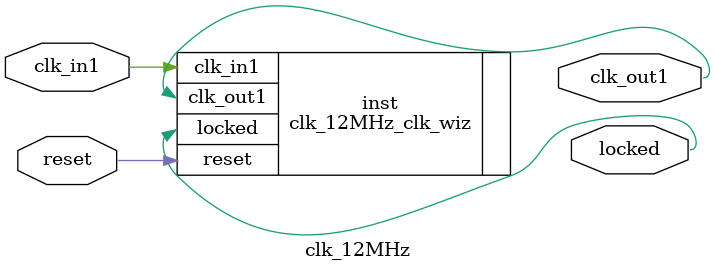
<source format=v>


`timescale 1ps/1ps

(* CORE_GENERATION_INFO = "clk_12MHz,clk_wiz_v5_4_1_0,{component_name=clk_12MHz,use_phase_alignment=true,use_min_o_jitter=false,use_max_i_jitter=false,use_dyn_phase_shift=false,use_inclk_switchover=false,use_dyn_reconfig=false,enable_axi=0,feedback_source=FDBK_AUTO,PRIMITIVE=MMCM,num_out_clk=1,clkin1_period=10.000,clkin2_period=10.000,use_power_down=false,use_reset=true,use_locked=true,use_inclk_stopped=false,feedback_type=SINGLE,CLOCK_MGR_TYPE=NA,manual_override=false}" *)

module clk_12MHz 
 (
  // Clock out ports
  output        clk_out1,
  // Status and control signals
  input         reset,
  output        locked,
 // Clock in ports
  input         clk_in1
 );

  clk_12MHz_clk_wiz inst
  (
  // Clock out ports  
  .clk_out1(clk_out1),
  // Status and control signals               
  .reset(reset), 
  .locked(locked),
 // Clock in ports
  .clk_in1(clk_in1)
  );

endmodule

</source>
